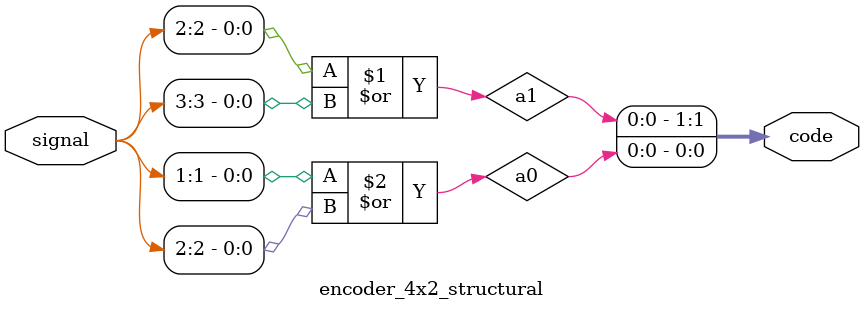
<source format=v>
`timescale 1ns / 1ps


module decoder_2x4_behavioral(
    input [1:0] code,
    output reg [3:0] signal
    );

    // always @(code) begin
    //     if (code == 2'b00) signal = 4'b0001;

    //     else if(code == 2'b01) signal = 4'b0010;
    //     else if(code == 2'b10) signal = 4'b0100;
    //     else signal = 4'b1000;

    // end

    always @(code) begin
        case (code)
            2'b00 : signal = 4'b0001;
            2'b01 : signal = 4'b0010;
            2'b10 : signal = 4'b0100;
            2'b11 : signal = 4'b1000;
        endcase
    end
    
endmodule


module decoder_2x4_dataflow (
    input [1:0] code,
    output [3:0] signal
);

    assign signal = (code == 2'b00) ? 4'b0001:
                    (code == 2'b01) ? 4'b0010:
                    (code == 2'b10) ? 4'b0100: 4'b1000;
    
endmodule


module decoder_2x4_dataflow_d (
    input [1:0] code,
    output [3:0] signal
);
    assign signal[0] = (~code[1]) & (~code[0]);
    assign signal[1] = (~code[1]) & ( code[0]);
    assign signal[2] = ( code[1]) & (~code[0]);
    assign signal[3] = ( code[1]) & ( code[0]);
    
endmodule


module decoder_2x4_structural (
    input [1:0] code,
    output [3:0] signal
);
    wire n0, n1;        // NOT 신호

    not u_not0 (n0, code[0]);
    not u_not1 (n1, code[1]);

    and u_and0 (signal[0], n1, n0);
    and u_and1 (signal[1], n1, code[0]);
    and u_and2 (signal[2], code[1], n0);
    and u_and3 (signal[3], code[1], code[0]);

endmodule


module decoder_7seg(
    input [3:0] hex_value,
    output reg [7:0] seg_7,
    output reg [3:0] com_an
    );
    
    always @(hex_value)begin
        com_an = 4'b0000;
        case (hex_value)       //dgfedcba
            4'b0000 : seg_7 = 8'b11000000;  // 0
            4'b0001 : seg_7 = 8'b11111001;  // 1
            4'b0010 : seg_7 = 8'b10100100;  // 2
            4'b0011 : seg_7 = 8'b10110000;  // 3
            4'b0100 : seg_7 = 8'b10011001;  // 4
            4'b0101 : seg_7 = 8'b10010010;  // 5
            4'b0110 : seg_7 = 8'b10000010;  // 6
            4'b0111 : seg_7 = 8'b11111000;  // 7
            4'b1000 : seg_7 = 8'b10000000;  // 8
            4'b1001 : seg_7 = 8'b10011000;  // 9
            4'b1010 : seg_7 = 8'b10001000;  // A
            4'b1011 : seg_7 = 8'b10000011;  // b
            4'b1100 : seg_7 = 8'b11000110;  // C
            4'b1101 : seg_7 = 8'b10100001;  // d
            4'b1110 : seg_7 = 8'b10000110;  // E
            4'b1111 : seg_7 = 8'b10001110;  // F
        
        endcase
    end
endmodule


module encoder_4x2_behavioral (
    output reg [1:0] code,      // 2비트 출력 : 입력중에 켜진 위치를 이진수로 출력
    input [3:0] signal          // 4비트 입력 : 4개의 신호중에 하나가 1이라고 가정!
);
    
    // always @(signal) begin      // signal 에 변화가 있을 때 마다 동작
        
    //     // signal -> 0001 일때 -> 0번째 입력이 켜진 것
    //     if(signal == 4'b0001)
    //         code = 2'b00;       // 출력 code = 0
        
    //     else if(signal == 4'b0010)
    //         code = 2'b01;
        
    //     else if(signal == 4'b0100)
    //         code = 2'b10;
        
    //     else
    //         code = 2'b11;
    // end

    always @(signal) begin
        case (signal)
            4'b0001 : code = 2'b00;
            4'b0010 : code = 2'b01; 
            4'b0100 : code = 2'b10;
            4'b1000 : code = 2'b11;
            default : code = 2'b00;
        endcase        
    end

endmodule


module encoder_4x2_dataflow (
    output [1:0] code,
    input [3:0] signal
);
    
    assign code = (signal == 4'b0001) ? 2'b00:
                  (signal == 4'b0010) ? 2'b01:
                  (signal == 4'b0100) ? 2'b10:
                  (signal == 4'b1000) ? 2'b11: 2'b00;

endmodule


module encoder_4x2_structural (
    output [1:0] code,
    input [3:0] signal
);
    
    wire a0, a1;

    // code[1] = signal[2] OR signal[3]
    // 입력값이 0100 또는 1000 일 경우 code[1]은 1
    or or1(a1, signal[2], signal[3]);

    // code[0] = signal[1] OR signal[3]
    // 입력값이 0010 또는 1000 일 경우 code[0]은 1
    or or0(a0, signal[1], signal[2]);

    assign code = {a1, a0}; // code[1]이 상위비트. code[0]이 하위비트

endmodule
</source>
